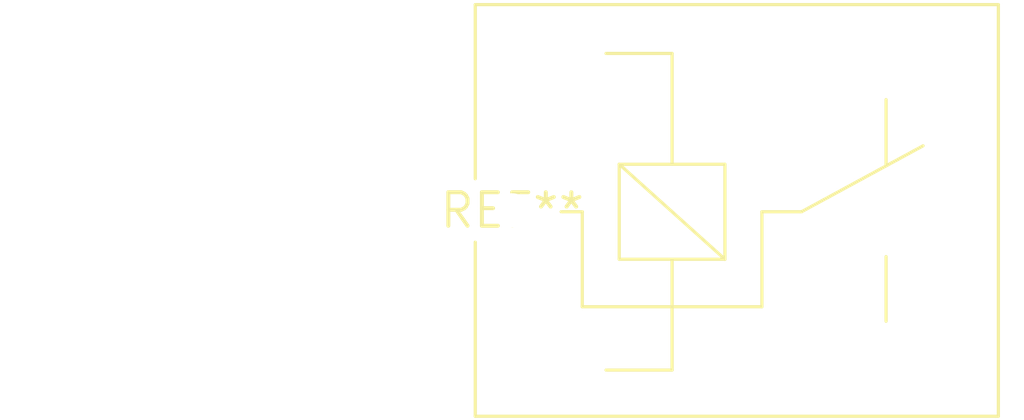
<source format=kicad_pcb>
(kicad_pcb (version 20240108) (generator pcbnew)
  (layers (0 "F.Cu" signal) (31 "B.Cu" signal) (34 "B.Paste" user) (35 "F.Paste" user) (36 "B.SilkS" user "B.Silkscreen") (37 "F.SilkS" user "F.Silkscreen") (38 "B.Mask" user) (39 "F.Mask" user) (44 "Edge.Cuts" user))
  (net 0 "")
  (footprint "Relay_SPDT_SANYOU_SRD_Series_Form_C" (layer "F.Cu") (at 0 0)
    (property "Reference" "REF**")
    (property "Value" "Relay_SPDT_SANYOU_SRD_Series_Form_C")
    (fp_line (start -1.4 -7.8) (end -1.4 -1.2) (layer "F.SilkS") (stroke (width 0.12)))
    (fp_line (start -1.4 -7.8) (end 18.4 -7.8) (layer "F.SilkS") (stroke (width 0.12)))
    (fp_line (start -1.4 1.2) (end -1.4 7.8) (layer "F.SilkS") (stroke (width 0.12)))
    (fp_line (start 2.65 0.05) (end 1.85 0.05) (layer "F.SilkS") (stroke (width 0.12)))
    (fp_line (start 2.65 0.05) (end 2.65 3.65) (layer "F.SilkS") (stroke (width 0.12)))
    (fp_line (start 3.55 6.05) (end 6.05 6.05) (layer "F.SilkS") (stroke (width 0.12)))
    (fp_line (start 4.05 -1.75) (end 8.05 -1.75) (layer "F.SilkS") (stroke (width 0.12)))
    (fp_line (start 4.05 1.85) (end 4.05 -1.75) (layer "F.SilkS") (stroke (width 0.12)))
    (fp_line (start 6.05 -5.95) (end 3.55 -5.95) (layer "F.SilkS") (stroke (width 0.12)))
    (fp_line (start 6.05 -5.95) (end 6.05 -1.75) (layer "F.SilkS") (stroke (width 0.12)))
    (fp_line (start 6.05 1.85) (end 6.05 6.05) (layer "F.SilkS") (stroke (width 0.12)))
    (fp_line (start 8.05 -1.75) (end 8.05 1.85) (layer "F.SilkS") (stroke (width 0.12)))
    (fp_line (start 8.05 1.85) (end 4.05 -1.75) (layer "F.SilkS") (stroke (width 0.12)))
    (fp_line (start 8.05 1.85) (end 4.05 1.85) (layer "F.SilkS") (stroke (width 0.12)))
    (fp_line (start 9.45 0.05) (end 9.45 3.65) (layer "F.SilkS") (stroke (width 0.12)))
    (fp_line (start 9.45 0.05) (end 10.95 0.05) (layer "F.SilkS") (stroke (width 0.12)))
    (fp_line (start 9.45 3.65) (end 2.65 3.65) (layer "F.SilkS") (stroke (width 0.12)))
    (fp_line (start 10.95 0.05) (end 15.55 -2.45) (layer "F.SilkS") (stroke (width 0.12)))
    (fp_line (start 14.15 -4.2) (end 14.15 -1.7) (layer "F.SilkS") (stroke (width 0.12)))
    (fp_line (start 14.15 4.2) (end 14.15 1.75) (layer "F.SilkS") (stroke (width 0.12)))
    (fp_line (start 18.4 -7.8) (end 18.4 7.8) (layer "F.SilkS") (stroke (width 0.12)))
    (fp_line (start 18.4 7.8) (end -1.4 7.8) (layer "F.SilkS") (stroke (width 0.12)))
    (pad "1" thru_hole circle (at 0 0 90) (size 3 3) (drill 1.3) (layers *.Cu *.Mask) (remove_unused_layers))
    (pad "2" thru_hole circle (at 1.95 6.05 90) (size 2.5 2.5) (drill 1) (layers *.Cu *.Mask) (remove_unused_layers))
    (pad "3" thru_hole circle (at 14.15 6.05 90) (size 3 3) (drill 1.3) (layers *.Cu *.Mask) (remove_unused_layers))
    (pad "4" thru_hole circle (at 14.2 -6 90) (size 3 3) (drill 1.3) (layers *.Cu *.Mask) (remove_unused_layers))
    (pad "5" thru_hole circle (at 1.95 -5.95 90) (size 2.5 2.5) (drill 1) (layers *.Cu *.Mask) (remove_unused_layers))
  )
)
</source>
